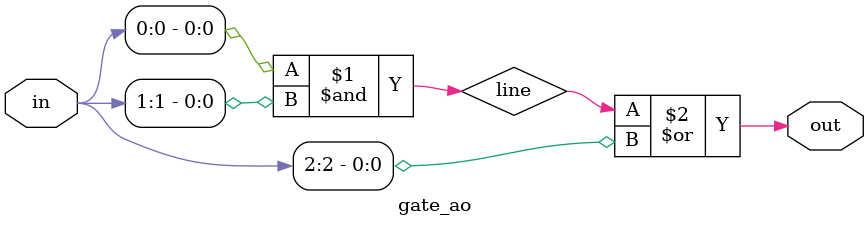
<source format=v>
/***********************************************************************/
/*                                                                     */
/*   this file is temporary awaiting a scalable implementation         */
/*                                                                     */
/***********************************************************************/


`ifndef __GATE_AOI__
 `define  __GATE_AOI__

 `include "src/primitive/gate/gate_and.v"
 `include "src/primitive/gate/gate_nor.v"

//   !((in[0] & in[1]) | in[2])
module gate_aoi(out, in);
   input [2:0] in;
   output      out;
   wire	       line;

   and and_inst(line, in[0], in[1]);
   nor  nor_inst (out , line , in[2]);
endmodule

`endif

`ifndef __GATE_AO__
 `define  __GATE_AO__

 `include "src/primitive/gate/gate_and.v"
 `include "src/primitive/gate/gate_or.v"

//   (in[0] & in[1]) | in[2]
module gate_ao(out, in);
   input [2:0] in;
   output      out;
   wire	       line;

   and and_inst(line, in[0], in[1]);
   or  or_inst (out , line , in[2]);
endmodule

`endif

</source>
